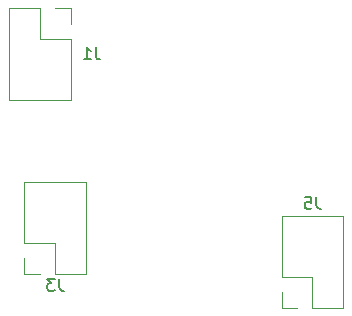
<source format=gbr>
%TF.GenerationSoftware,KiCad,Pcbnew,(6.0.0)*%
%TF.CreationDate,2022-04-27T09:06:16-05:00*%
%TF.ProjectId,adapters,61646170-7465-4727-932e-6b696361645f,rev?*%
%TF.SameCoordinates,Original*%
%TF.FileFunction,Legend,Bot*%
%TF.FilePolarity,Positive*%
%FSLAX46Y46*%
G04 Gerber Fmt 4.6, Leading zero omitted, Abs format (unit mm)*
G04 Created by KiCad (PCBNEW (6.0.0)) date 2022-04-27 09:06:16*
%MOMM*%
%LPD*%
G01*
G04 APERTURE LIST*
%ADD10C,0.150000*%
%ADD11C,0.120000*%
G04 APERTURE END LIST*
D10*
%TO.C,J5*%
X40483333Y-29272380D02*
X40483333Y-29986666D01*
X40530952Y-30129523D01*
X40626190Y-30224761D01*
X40769047Y-30272380D01*
X40864285Y-30272380D01*
X39530952Y-29272380D02*
X40007142Y-29272380D01*
X40054761Y-29748571D01*
X40007142Y-29700952D01*
X39911904Y-29653333D01*
X39673809Y-29653333D01*
X39578571Y-29700952D01*
X39530952Y-29748571D01*
X39483333Y-29843809D01*
X39483333Y-30081904D01*
X39530952Y-30177142D01*
X39578571Y-30224761D01*
X39673809Y-30272380D01*
X39911904Y-30272380D01*
X40007142Y-30224761D01*
X40054761Y-30177142D01*
%TO.C,J3*%
X18697572Y-36201619D02*
X18697572Y-36915905D01*
X18745191Y-37058762D01*
X18840429Y-37154000D01*
X18983286Y-37201619D01*
X19078524Y-37201619D01*
X18316619Y-36201619D02*
X17697572Y-36201619D01*
X18030905Y-36582572D01*
X17888048Y-36582572D01*
X17792810Y-36630191D01*
X17745191Y-36677810D01*
X17697572Y-36773048D01*
X17697572Y-37011143D01*
X17745191Y-37106381D01*
X17792810Y-37154000D01*
X17888048Y-37201619D01*
X18173762Y-37201619D01*
X18269000Y-37154000D01*
X18316619Y-37106381D01*
%TO.C,J1*%
X21793333Y-16602380D02*
X21793333Y-17316666D01*
X21840952Y-17459523D01*
X21936190Y-17554761D01*
X22079047Y-17602380D01*
X22174285Y-17602380D01*
X20793333Y-17602380D02*
X21364761Y-17602380D01*
X21079047Y-17602380D02*
X21079047Y-16602380D01*
X21174285Y-16745238D01*
X21269523Y-16840476D01*
X21364761Y-16888095D01*
D11*
%TO.C,J5*%
X37536250Y-36048750D02*
X40136250Y-36048750D01*
X37536250Y-30908750D02*
X42736250Y-30908750D01*
X42736250Y-38648750D02*
X42736250Y-30908750D01*
X37536250Y-37318750D02*
X37536250Y-38648750D01*
X37536250Y-38648750D02*
X38866250Y-38648750D01*
X40136250Y-36048750D02*
X40136250Y-38648750D01*
X37536250Y-36048750D02*
X37536250Y-30908750D01*
X40136250Y-38648750D02*
X42736250Y-38648750D01*
%TO.C,J3*%
X18364239Y-35749239D02*
X20964239Y-35749239D01*
X15764239Y-34419239D02*
X15764239Y-35749239D01*
X15764239Y-35749239D02*
X17094239Y-35749239D01*
X15764239Y-33149239D02*
X15764239Y-28009239D01*
X15764239Y-28009239D02*
X20964239Y-28009239D01*
X18364239Y-33149239D02*
X18364239Y-35749239D01*
X15764239Y-33149239D02*
X18364239Y-33149239D01*
X20964239Y-35749239D02*
X20964239Y-28009239D01*
%TO.C,J1*%
X19671250Y-21017500D02*
X14471250Y-21017500D01*
X19671250Y-15877500D02*
X19671250Y-21017500D01*
X14471250Y-13277500D02*
X14471250Y-21017500D01*
X19671250Y-13277500D02*
X18341250Y-13277500D01*
X17071250Y-13277500D02*
X14471250Y-13277500D01*
X19671250Y-14607500D02*
X19671250Y-13277500D01*
X17071250Y-15877500D02*
X17071250Y-13277500D01*
X19671250Y-15877500D02*
X17071250Y-15877500D01*
%TD*%
M02*

</source>
